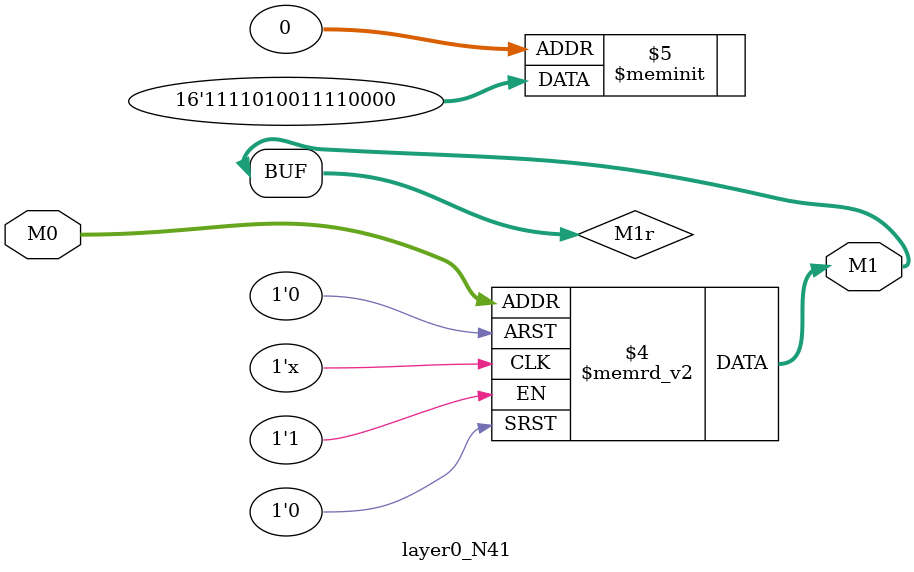
<source format=v>
module layer0_N41 ( input [2:0] M0, output [1:0] M1 );

	(*rom_style = "distributed" *) reg [1:0] M1r;
	assign M1 = M1r;
	always @ (M0) begin
		case (M0)
			3'b000: M1r = 2'b00;
			3'b100: M1r = 2'b00;
			3'b010: M1r = 2'b11;
			3'b110: M1r = 2'b11;
			3'b001: M1r = 2'b00;
			3'b101: M1r = 2'b01;
			3'b011: M1r = 2'b11;
			3'b111: M1r = 2'b11;

		endcase
	end
endmodule

</source>
